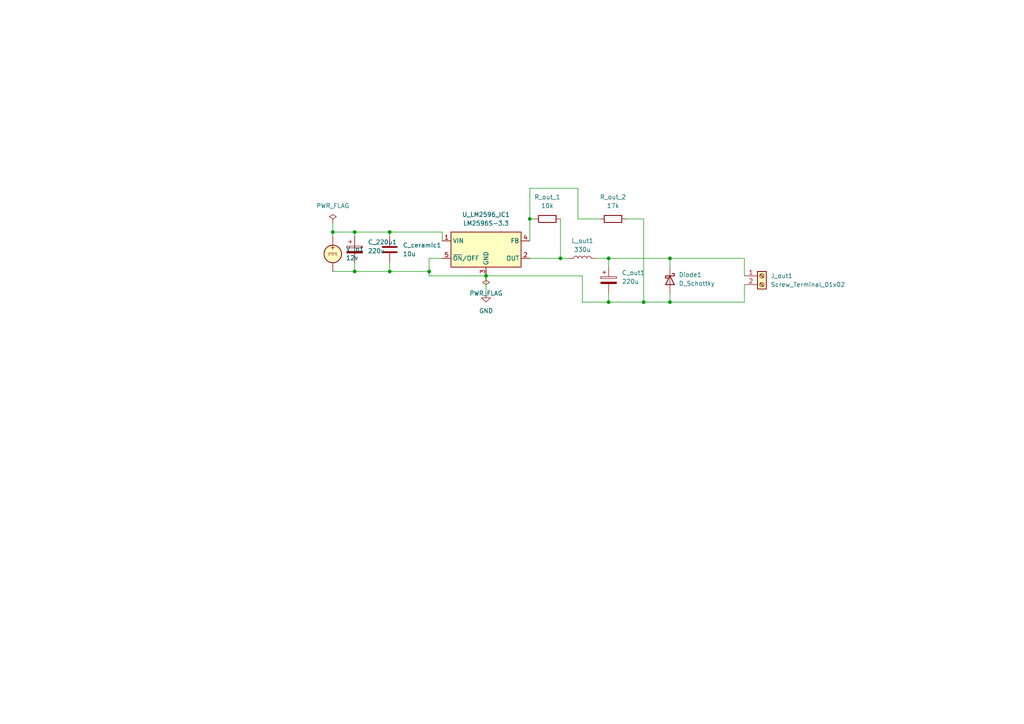
<source format=kicad_sch>
(kicad_sch
	(version 20231120)
	(generator "eeschema")
	(generator_version "8.0")
	(uuid "6512710e-6b3c-45dc-8bc8-064ccd364283")
	(paper "A4")
	(lib_symbols
		(symbol "Connector:Screw_Terminal_01x02"
			(pin_names
				(offset 1.016) hide)
			(exclude_from_sim no)
			(in_bom yes)
			(on_board yes)
			(property "Reference" "J"
				(at 0 2.54 0)
				(effects
					(font
						(size 1.27 1.27)
					)
				)
			)
			(property "Value" "Screw_Terminal_01x02"
				(at 0 -5.08 0)
				(effects
					(font
						(size 1.27 1.27)
					)
				)
			)
			(property "Footprint" ""
				(at 0 0 0)
				(effects
					(font
						(size 1.27 1.27)
					)
					(hide yes)
				)
			)
			(property "Datasheet" "~"
				(at 0 0 0)
				(effects
					(font
						(size 1.27 1.27)
					)
					(hide yes)
				)
			)
			(property "Description" "Generic screw terminal, single row, 01x02, script generated (kicad-library-utils/schlib/autogen/connector/)"
				(at 0 0 0)
				(effects
					(font
						(size 1.27 1.27)
					)
					(hide yes)
				)
			)
			(property "ki_keywords" "screw terminal"
				(at 0 0 0)
				(effects
					(font
						(size 1.27 1.27)
					)
					(hide yes)
				)
			)
			(property "ki_fp_filters" "TerminalBlock*:*"
				(at 0 0 0)
				(effects
					(font
						(size 1.27 1.27)
					)
					(hide yes)
				)
			)
			(symbol "Screw_Terminal_01x02_1_1"
				(rectangle
					(start -1.27 1.27)
					(end 1.27 -3.81)
					(stroke
						(width 0.254)
						(type default)
					)
					(fill
						(type background)
					)
				)
				(circle
					(center 0 -2.54)
					(radius 0.635)
					(stroke
						(width 0.1524)
						(type default)
					)
					(fill
						(type none)
					)
				)
				(polyline
					(pts
						(xy -0.5334 -2.2098) (xy 0.3302 -3.048)
					)
					(stroke
						(width 0.1524)
						(type default)
					)
					(fill
						(type none)
					)
				)
				(polyline
					(pts
						(xy -0.5334 0.3302) (xy 0.3302 -0.508)
					)
					(stroke
						(width 0.1524)
						(type default)
					)
					(fill
						(type none)
					)
				)
				(polyline
					(pts
						(xy -0.3556 -2.032) (xy 0.508 -2.8702)
					)
					(stroke
						(width 0.1524)
						(type default)
					)
					(fill
						(type none)
					)
				)
				(polyline
					(pts
						(xy -0.3556 0.508) (xy 0.508 -0.3302)
					)
					(stroke
						(width 0.1524)
						(type default)
					)
					(fill
						(type none)
					)
				)
				(circle
					(center 0 0)
					(radius 0.635)
					(stroke
						(width 0.1524)
						(type default)
					)
					(fill
						(type none)
					)
				)
				(pin passive line
					(at -5.08 0 0)
					(length 3.81)
					(name "Pin_1"
						(effects
							(font
								(size 1.27 1.27)
							)
						)
					)
					(number "1"
						(effects
							(font
								(size 1.27 1.27)
							)
						)
					)
				)
				(pin passive line
					(at -5.08 -2.54 0)
					(length 3.81)
					(name "Pin_2"
						(effects
							(font
								(size 1.27 1.27)
							)
						)
					)
					(number "2"
						(effects
							(font
								(size 1.27 1.27)
							)
						)
					)
				)
			)
		)
		(symbol "Device:C"
			(pin_numbers hide)
			(pin_names
				(offset 0.254)
			)
			(exclude_from_sim no)
			(in_bom yes)
			(on_board yes)
			(property "Reference" "C"
				(at 0.635 2.54 0)
				(effects
					(font
						(size 1.27 1.27)
					)
					(justify left)
				)
			)
			(property "Value" "C"
				(at 0.635 -2.54 0)
				(effects
					(font
						(size 1.27 1.27)
					)
					(justify left)
				)
			)
			(property "Footprint" ""
				(at 0.9652 -3.81 0)
				(effects
					(font
						(size 1.27 1.27)
					)
					(hide yes)
				)
			)
			(property "Datasheet" "~"
				(at 0 0 0)
				(effects
					(font
						(size 1.27 1.27)
					)
					(hide yes)
				)
			)
			(property "Description" "Unpolarized capacitor"
				(at 0 0 0)
				(effects
					(font
						(size 1.27 1.27)
					)
					(hide yes)
				)
			)
			(property "ki_keywords" "cap capacitor"
				(at 0 0 0)
				(effects
					(font
						(size 1.27 1.27)
					)
					(hide yes)
				)
			)
			(property "ki_fp_filters" "C_*"
				(at 0 0 0)
				(effects
					(font
						(size 1.27 1.27)
					)
					(hide yes)
				)
			)
			(symbol "C_0_1"
				(polyline
					(pts
						(xy -2.032 -0.762) (xy 2.032 -0.762)
					)
					(stroke
						(width 0.508)
						(type default)
					)
					(fill
						(type none)
					)
				)
				(polyline
					(pts
						(xy -2.032 0.762) (xy 2.032 0.762)
					)
					(stroke
						(width 0.508)
						(type default)
					)
					(fill
						(type none)
					)
				)
			)
			(symbol "C_1_1"
				(pin passive line
					(at 0 3.81 270)
					(length 2.794)
					(name "~"
						(effects
							(font
								(size 1.27 1.27)
							)
						)
					)
					(number "1"
						(effects
							(font
								(size 1.27 1.27)
							)
						)
					)
				)
				(pin passive line
					(at 0 -3.81 90)
					(length 2.794)
					(name "~"
						(effects
							(font
								(size 1.27 1.27)
							)
						)
					)
					(number "2"
						(effects
							(font
								(size 1.27 1.27)
							)
						)
					)
				)
			)
		)
		(symbol "Device:C_Polarized"
			(pin_numbers hide)
			(pin_names
				(offset 0.254)
			)
			(exclude_from_sim no)
			(in_bom yes)
			(on_board yes)
			(property "Reference" "C"
				(at 0.635 2.54 0)
				(effects
					(font
						(size 1.27 1.27)
					)
					(justify left)
				)
			)
			(property "Value" "C_Polarized"
				(at 0.635 -2.54 0)
				(effects
					(font
						(size 1.27 1.27)
					)
					(justify left)
				)
			)
			(property "Footprint" ""
				(at 0.9652 -3.81 0)
				(effects
					(font
						(size 1.27 1.27)
					)
					(hide yes)
				)
			)
			(property "Datasheet" "~"
				(at 0 0 0)
				(effects
					(font
						(size 1.27 1.27)
					)
					(hide yes)
				)
			)
			(property "Description" "Polarized capacitor"
				(at 0 0 0)
				(effects
					(font
						(size 1.27 1.27)
					)
					(hide yes)
				)
			)
			(property "ki_keywords" "cap capacitor"
				(at 0 0 0)
				(effects
					(font
						(size 1.27 1.27)
					)
					(hide yes)
				)
			)
			(property "ki_fp_filters" "CP_*"
				(at 0 0 0)
				(effects
					(font
						(size 1.27 1.27)
					)
					(hide yes)
				)
			)
			(symbol "C_Polarized_0_1"
				(rectangle
					(start -2.286 0.508)
					(end 2.286 1.016)
					(stroke
						(width 0)
						(type default)
					)
					(fill
						(type none)
					)
				)
				(polyline
					(pts
						(xy -1.778 2.286) (xy -0.762 2.286)
					)
					(stroke
						(width 0)
						(type default)
					)
					(fill
						(type none)
					)
				)
				(polyline
					(pts
						(xy -1.27 2.794) (xy -1.27 1.778)
					)
					(stroke
						(width 0)
						(type default)
					)
					(fill
						(type none)
					)
				)
				(rectangle
					(start 2.286 -0.508)
					(end -2.286 -1.016)
					(stroke
						(width 0)
						(type default)
					)
					(fill
						(type outline)
					)
				)
			)
			(symbol "C_Polarized_1_1"
				(pin passive line
					(at 0 3.81 270)
					(length 2.794)
					(name "~"
						(effects
							(font
								(size 1.27 1.27)
							)
						)
					)
					(number "1"
						(effects
							(font
								(size 1.27 1.27)
							)
						)
					)
				)
				(pin passive line
					(at 0 -3.81 90)
					(length 2.794)
					(name "~"
						(effects
							(font
								(size 1.27 1.27)
							)
						)
					)
					(number "2"
						(effects
							(font
								(size 1.27 1.27)
							)
						)
					)
				)
			)
		)
		(symbol "Device:D_Schottky"
			(pin_numbers hide)
			(pin_names
				(offset 1.016) hide)
			(exclude_from_sim no)
			(in_bom yes)
			(on_board yes)
			(property "Reference" "D"
				(at 0 2.54 0)
				(effects
					(font
						(size 1.27 1.27)
					)
				)
			)
			(property "Value" "D_Schottky"
				(at 0 -2.54 0)
				(effects
					(font
						(size 1.27 1.27)
					)
				)
			)
			(property "Footprint" ""
				(at 0 0 0)
				(effects
					(font
						(size 1.27 1.27)
					)
					(hide yes)
				)
			)
			(property "Datasheet" "~"
				(at 0 0 0)
				(effects
					(font
						(size 1.27 1.27)
					)
					(hide yes)
				)
			)
			(property "Description" "Schottky diode"
				(at 0 0 0)
				(effects
					(font
						(size 1.27 1.27)
					)
					(hide yes)
				)
			)
			(property "ki_keywords" "diode Schottky"
				(at 0 0 0)
				(effects
					(font
						(size 1.27 1.27)
					)
					(hide yes)
				)
			)
			(property "ki_fp_filters" "TO-???* *_Diode_* *SingleDiode* D_*"
				(at 0 0 0)
				(effects
					(font
						(size 1.27 1.27)
					)
					(hide yes)
				)
			)
			(symbol "D_Schottky_0_1"
				(polyline
					(pts
						(xy 1.27 0) (xy -1.27 0)
					)
					(stroke
						(width 0)
						(type default)
					)
					(fill
						(type none)
					)
				)
				(polyline
					(pts
						(xy 1.27 1.27) (xy 1.27 -1.27) (xy -1.27 0) (xy 1.27 1.27)
					)
					(stroke
						(width 0.254)
						(type default)
					)
					(fill
						(type none)
					)
				)
				(polyline
					(pts
						(xy -1.905 0.635) (xy -1.905 1.27) (xy -1.27 1.27) (xy -1.27 -1.27) (xy -0.635 -1.27) (xy -0.635 -0.635)
					)
					(stroke
						(width 0.254)
						(type default)
					)
					(fill
						(type none)
					)
				)
			)
			(symbol "D_Schottky_1_1"
				(pin passive line
					(at -3.81 0 0)
					(length 2.54)
					(name "K"
						(effects
							(font
								(size 1.27 1.27)
							)
						)
					)
					(number "1"
						(effects
							(font
								(size 1.27 1.27)
							)
						)
					)
				)
				(pin passive line
					(at 3.81 0 180)
					(length 2.54)
					(name "A"
						(effects
							(font
								(size 1.27 1.27)
							)
						)
					)
					(number "2"
						(effects
							(font
								(size 1.27 1.27)
							)
						)
					)
				)
			)
		)
		(symbol "Device:L"
			(pin_numbers hide)
			(pin_names
				(offset 1.016) hide)
			(exclude_from_sim no)
			(in_bom yes)
			(on_board yes)
			(property "Reference" "L"
				(at -1.27 0 90)
				(effects
					(font
						(size 1.27 1.27)
					)
				)
			)
			(property "Value" "L"
				(at 1.905 0 90)
				(effects
					(font
						(size 1.27 1.27)
					)
				)
			)
			(property "Footprint" ""
				(at 0 0 0)
				(effects
					(font
						(size 1.27 1.27)
					)
					(hide yes)
				)
			)
			(property "Datasheet" "~"
				(at 0 0 0)
				(effects
					(font
						(size 1.27 1.27)
					)
					(hide yes)
				)
			)
			(property "Description" "Inductor"
				(at 0 0 0)
				(effects
					(font
						(size 1.27 1.27)
					)
					(hide yes)
				)
			)
			(property "ki_keywords" "inductor choke coil reactor magnetic"
				(at 0 0 0)
				(effects
					(font
						(size 1.27 1.27)
					)
					(hide yes)
				)
			)
			(property "ki_fp_filters" "Choke_* *Coil* Inductor_* L_*"
				(at 0 0 0)
				(effects
					(font
						(size 1.27 1.27)
					)
					(hide yes)
				)
			)
			(symbol "L_0_1"
				(arc
					(start 0 -2.54)
					(mid 0.6323 -1.905)
					(end 0 -1.27)
					(stroke
						(width 0)
						(type default)
					)
					(fill
						(type none)
					)
				)
				(arc
					(start 0 -1.27)
					(mid 0.6323 -0.635)
					(end 0 0)
					(stroke
						(width 0)
						(type default)
					)
					(fill
						(type none)
					)
				)
				(arc
					(start 0 0)
					(mid 0.6323 0.635)
					(end 0 1.27)
					(stroke
						(width 0)
						(type default)
					)
					(fill
						(type none)
					)
				)
				(arc
					(start 0 1.27)
					(mid 0.6323 1.905)
					(end 0 2.54)
					(stroke
						(width 0)
						(type default)
					)
					(fill
						(type none)
					)
				)
			)
			(symbol "L_1_1"
				(pin passive line
					(at 0 3.81 270)
					(length 1.27)
					(name "1"
						(effects
							(font
								(size 1.27 1.27)
							)
						)
					)
					(number "1"
						(effects
							(font
								(size 1.27 1.27)
							)
						)
					)
				)
				(pin passive line
					(at 0 -3.81 90)
					(length 1.27)
					(name "2"
						(effects
							(font
								(size 1.27 1.27)
							)
						)
					)
					(number "2"
						(effects
							(font
								(size 1.27 1.27)
							)
						)
					)
				)
			)
		)
		(symbol "Device:R"
			(pin_numbers hide)
			(pin_names
				(offset 0)
			)
			(exclude_from_sim no)
			(in_bom yes)
			(on_board yes)
			(property "Reference" "R"
				(at 2.032 0 90)
				(effects
					(font
						(size 1.27 1.27)
					)
				)
			)
			(property "Value" "R"
				(at 0 0 90)
				(effects
					(font
						(size 1.27 1.27)
					)
				)
			)
			(property "Footprint" ""
				(at -1.778 0 90)
				(effects
					(font
						(size 1.27 1.27)
					)
					(hide yes)
				)
			)
			(property "Datasheet" "~"
				(at 0 0 0)
				(effects
					(font
						(size 1.27 1.27)
					)
					(hide yes)
				)
			)
			(property "Description" "Resistor"
				(at 0 0 0)
				(effects
					(font
						(size 1.27 1.27)
					)
					(hide yes)
				)
			)
			(property "ki_keywords" "R res resistor"
				(at 0 0 0)
				(effects
					(font
						(size 1.27 1.27)
					)
					(hide yes)
				)
			)
			(property "ki_fp_filters" "R_*"
				(at 0 0 0)
				(effects
					(font
						(size 1.27 1.27)
					)
					(hide yes)
				)
			)
			(symbol "R_0_1"
				(rectangle
					(start -1.016 -2.54)
					(end 1.016 2.54)
					(stroke
						(width 0.254)
						(type default)
					)
					(fill
						(type none)
					)
				)
			)
			(symbol "R_1_1"
				(pin passive line
					(at 0 3.81 270)
					(length 1.27)
					(name "~"
						(effects
							(font
								(size 1.27 1.27)
							)
						)
					)
					(number "1"
						(effects
							(font
								(size 1.27 1.27)
							)
						)
					)
				)
				(pin passive line
					(at 0 -3.81 90)
					(length 1.27)
					(name "~"
						(effects
							(font
								(size 1.27 1.27)
							)
						)
					)
					(number "2"
						(effects
							(font
								(size 1.27 1.27)
							)
						)
					)
				)
			)
		)
		(symbol "Regulator_Switching:LM2596S-3.3"
			(exclude_from_sim no)
			(in_bom yes)
			(on_board yes)
			(property "Reference" "U"
				(at -10.16 6.35 0)
				(effects
					(font
						(size 1.27 1.27)
					)
					(justify left)
				)
			)
			(property "Value" "LM2596S-3.3"
				(at 0 6.35 0)
				(effects
					(font
						(size 1.27 1.27)
					)
					(justify left)
				)
			)
			(property "Footprint" "Package_TO_SOT_SMD:TO-263-5_TabPin3"
				(at 1.27 -6.35 0)
				(effects
					(font
						(size 1.27 1.27)
						(italic yes)
					)
					(justify left)
					(hide yes)
				)
			)
			(property "Datasheet" "http://www.ti.com/lit/ds/symlink/lm2596.pdf"
				(at 0 0 0)
				(effects
					(font
						(size 1.27 1.27)
					)
					(hide yes)
				)
			)
			(property "Description" "3.3V 3A Step-Down Voltage Regulator, TO-263"
				(at 0 0 0)
				(effects
					(font
						(size 1.27 1.27)
					)
					(hide yes)
				)
			)
			(property "ki_keywords" "Step-Down Voltage Regulator 3.3V 3A"
				(at 0 0 0)
				(effects
					(font
						(size 1.27 1.27)
					)
					(hide yes)
				)
			)
			(property "ki_fp_filters" "TO?263*"
				(at 0 0 0)
				(effects
					(font
						(size 1.27 1.27)
					)
					(hide yes)
				)
			)
			(symbol "LM2596S-3.3_0_1"
				(rectangle
					(start -10.16 5.08)
					(end 10.16 -5.08)
					(stroke
						(width 0.254)
						(type default)
					)
					(fill
						(type background)
					)
				)
			)
			(symbol "LM2596S-3.3_1_1"
				(pin power_in line
					(at -12.7 2.54 0)
					(length 2.54)
					(name "VIN"
						(effects
							(font
								(size 1.27 1.27)
							)
						)
					)
					(number "1"
						(effects
							(font
								(size 1.27 1.27)
							)
						)
					)
				)
				(pin output line
					(at 12.7 -2.54 180)
					(length 2.54)
					(name "OUT"
						(effects
							(font
								(size 1.27 1.27)
							)
						)
					)
					(number "2"
						(effects
							(font
								(size 1.27 1.27)
							)
						)
					)
				)
				(pin power_in line
					(at 0 -7.62 90)
					(length 2.54)
					(name "GND"
						(effects
							(font
								(size 1.27 1.27)
							)
						)
					)
					(number "3"
						(effects
							(font
								(size 1.27 1.27)
							)
						)
					)
				)
				(pin input line
					(at 12.7 2.54 180)
					(length 2.54)
					(name "FB"
						(effects
							(font
								(size 1.27 1.27)
							)
						)
					)
					(number "4"
						(effects
							(font
								(size 1.27 1.27)
							)
						)
					)
				)
				(pin input line
					(at -12.7 -2.54 0)
					(length 2.54)
					(name "~{ON}/OFF"
						(effects
							(font
								(size 1.27 1.27)
							)
						)
					)
					(number "5"
						(effects
							(font
								(size 1.27 1.27)
							)
						)
					)
				)
			)
		)
		(symbol "Simulation_SPICE:VDC"
			(pin_numbers hide)
			(pin_names
				(offset 0.0254)
			)
			(exclude_from_sim no)
			(in_bom yes)
			(on_board yes)
			(property "Reference" "V"
				(at 2.54 2.54 0)
				(effects
					(font
						(size 1.27 1.27)
					)
					(justify left)
				)
			)
			(property "Value" "1"
				(at 2.54 0 0)
				(effects
					(font
						(size 1.27 1.27)
					)
					(justify left)
				)
			)
			(property "Footprint" ""
				(at 0 0 0)
				(effects
					(font
						(size 1.27 1.27)
					)
					(hide yes)
				)
			)
			(property "Datasheet" "https://ngspice.sourceforge.io/docs/ngspice-html-manual/manual.xhtml#sec_Independent_Sources_for"
				(at 0 0 0)
				(effects
					(font
						(size 1.27 1.27)
					)
					(hide yes)
				)
			)
			(property "Description" "Voltage source, DC"
				(at 0 0 0)
				(effects
					(font
						(size 1.27 1.27)
					)
					(hide yes)
				)
			)
			(property "Sim.Pins" "1=+ 2=-"
				(at 0 0 0)
				(effects
					(font
						(size 1.27 1.27)
					)
					(hide yes)
				)
			)
			(property "Sim.Type" "DC"
				(at 0 0 0)
				(effects
					(font
						(size 1.27 1.27)
					)
					(hide yes)
				)
			)
			(property "Sim.Device" "V"
				(at 0 0 0)
				(effects
					(font
						(size 1.27 1.27)
					)
					(justify left)
					(hide yes)
				)
			)
			(property "ki_keywords" "simulation"
				(at 0 0 0)
				(effects
					(font
						(size 1.27 1.27)
					)
					(hide yes)
				)
			)
			(symbol "VDC_0_0"
				(polyline
					(pts
						(xy -1.27 0.254) (xy 1.27 0.254)
					)
					(stroke
						(width 0)
						(type default)
					)
					(fill
						(type none)
					)
				)
				(polyline
					(pts
						(xy -0.762 -0.254) (xy -1.27 -0.254)
					)
					(stroke
						(width 0)
						(type default)
					)
					(fill
						(type none)
					)
				)
				(polyline
					(pts
						(xy 0.254 -0.254) (xy -0.254 -0.254)
					)
					(stroke
						(width 0)
						(type default)
					)
					(fill
						(type none)
					)
				)
				(polyline
					(pts
						(xy 1.27 -0.254) (xy 0.762 -0.254)
					)
					(stroke
						(width 0)
						(type default)
					)
					(fill
						(type none)
					)
				)
				(text "+"
					(at 0 1.905 0)
					(effects
						(font
							(size 1.27 1.27)
						)
					)
				)
			)
			(symbol "VDC_0_1"
				(circle
					(center 0 0)
					(radius 2.54)
					(stroke
						(width 0.254)
						(type default)
					)
					(fill
						(type background)
					)
				)
			)
			(symbol "VDC_1_1"
				(pin passive line
					(at 0 5.08 270)
					(length 2.54)
					(name "~"
						(effects
							(font
								(size 1.27 1.27)
							)
						)
					)
					(number "1"
						(effects
							(font
								(size 1.27 1.27)
							)
						)
					)
				)
				(pin passive line
					(at 0 -5.08 90)
					(length 2.54)
					(name "~"
						(effects
							(font
								(size 1.27 1.27)
							)
						)
					)
					(number "2"
						(effects
							(font
								(size 1.27 1.27)
							)
						)
					)
				)
			)
		)
		(symbol "power:GND"
			(power)
			(pin_numbers hide)
			(pin_names
				(offset 0) hide)
			(exclude_from_sim no)
			(in_bom yes)
			(on_board yes)
			(property "Reference" "#PWR"
				(at 0 -6.35 0)
				(effects
					(font
						(size 1.27 1.27)
					)
					(hide yes)
				)
			)
			(property "Value" "GND"
				(at 0 -3.81 0)
				(effects
					(font
						(size 1.27 1.27)
					)
				)
			)
			(property "Footprint" ""
				(at 0 0 0)
				(effects
					(font
						(size 1.27 1.27)
					)
					(hide yes)
				)
			)
			(property "Datasheet" ""
				(at 0 0 0)
				(effects
					(font
						(size 1.27 1.27)
					)
					(hide yes)
				)
			)
			(property "Description" "Power symbol creates a global label with name \"GND\" , ground"
				(at 0 0 0)
				(effects
					(font
						(size 1.27 1.27)
					)
					(hide yes)
				)
			)
			(property "ki_keywords" "global power"
				(at 0 0 0)
				(effects
					(font
						(size 1.27 1.27)
					)
					(hide yes)
				)
			)
			(symbol "GND_0_1"
				(polyline
					(pts
						(xy 0 0) (xy 0 -1.27) (xy 1.27 -1.27) (xy 0 -2.54) (xy -1.27 -1.27) (xy 0 -1.27)
					)
					(stroke
						(width 0)
						(type default)
					)
					(fill
						(type none)
					)
				)
			)
			(symbol "GND_1_1"
				(pin power_in line
					(at 0 0 270)
					(length 0)
					(name "~"
						(effects
							(font
								(size 1.27 1.27)
							)
						)
					)
					(number "1"
						(effects
							(font
								(size 1.27 1.27)
							)
						)
					)
				)
			)
		)
		(symbol "power:PWR_FLAG"
			(power)
			(pin_numbers hide)
			(pin_names
				(offset 0) hide)
			(exclude_from_sim no)
			(in_bom yes)
			(on_board yes)
			(property "Reference" "#FLG"
				(at 0 1.905 0)
				(effects
					(font
						(size 1.27 1.27)
					)
					(hide yes)
				)
			)
			(property "Value" "PWR_FLAG"
				(at 0 3.81 0)
				(effects
					(font
						(size 1.27 1.27)
					)
				)
			)
			(property "Footprint" ""
				(at 0 0 0)
				(effects
					(font
						(size 1.27 1.27)
					)
					(hide yes)
				)
			)
			(property "Datasheet" "~"
				(at 0 0 0)
				(effects
					(font
						(size 1.27 1.27)
					)
					(hide yes)
				)
			)
			(property "Description" "Special symbol for telling ERC where power comes from"
				(at 0 0 0)
				(effects
					(font
						(size 1.27 1.27)
					)
					(hide yes)
				)
			)
			(property "ki_keywords" "flag power"
				(at 0 0 0)
				(effects
					(font
						(size 1.27 1.27)
					)
					(hide yes)
				)
			)
			(symbol "PWR_FLAG_0_0"
				(pin power_out line
					(at 0 0 90)
					(length 0)
					(name "~"
						(effects
							(font
								(size 1.27 1.27)
							)
						)
					)
					(number "1"
						(effects
							(font
								(size 1.27 1.27)
							)
						)
					)
				)
			)
			(symbol "PWR_FLAG_0_1"
				(polyline
					(pts
						(xy 0 0) (xy 0 1.27) (xy -1.016 1.905) (xy 0 2.54) (xy 1.016 1.905) (xy 0 1.27)
					)
					(stroke
						(width 0)
						(type default)
					)
					(fill
						(type none)
					)
				)
			)
		)
	)
	(junction
		(at 102.87 67.31)
		(diameter 0)
		(color 0 0 0 0)
		(uuid "152ecc7a-a7c4-446a-91b1-3b110e216835")
	)
	(junction
		(at 102.87 78.74)
		(diameter 0)
		(color 0 0 0 0)
		(uuid "177e3763-c476-4c84-87c7-1291e622a26e")
	)
	(junction
		(at 153.67 63.5)
		(diameter 0)
		(color 0 0 0 0)
		(uuid "19fcae06-3f9b-4043-a4b8-03a2111562d8")
	)
	(junction
		(at 194.31 74.93)
		(diameter 0)
		(color 0 0 0 0)
		(uuid "38b327a8-6e6d-4957-80ae-45d371f3a537")
	)
	(junction
		(at 186.69 87.63)
		(diameter 0)
		(color 0 0 0 0)
		(uuid "4207175f-8938-484d-a281-dcf35a81bae9")
	)
	(junction
		(at 162.56 74.93)
		(diameter 0)
		(color 0 0 0 0)
		(uuid "6a8a91d1-40cf-4b23-8d52-e4235afdf031")
	)
	(junction
		(at 194.31 87.63)
		(diameter 0)
		(color 0 0 0 0)
		(uuid "78fa6328-0d6f-47d1-9bd3-4f8f4889deab")
	)
	(junction
		(at 140.97 80.01)
		(diameter 0)
		(color 0 0 0 0)
		(uuid "89ea8e45-118a-4f9b-8bba-190bf1700479")
	)
	(junction
		(at 124.46 78.74)
		(diameter 0)
		(color 0 0 0 0)
		(uuid "8c4dc71c-4ddf-4053-babc-7274fd3fdf78")
	)
	(junction
		(at 113.03 78.74)
		(diameter 0)
		(color 0 0 0 0)
		(uuid "9408cebe-9992-494d-b88a-029c5ee4394d")
	)
	(junction
		(at 96.52 67.31)
		(diameter 0)
		(color 0 0 0 0)
		(uuid "a502538b-e738-4007-b0fa-64f2360cb0b7")
	)
	(junction
		(at 176.53 87.63)
		(diameter 0)
		(color 0 0 0 0)
		(uuid "a8a9fc4f-189e-4fbf-9613-7be423ab7f11")
	)
	(junction
		(at 176.53 74.93)
		(diameter 0)
		(color 0 0 0 0)
		(uuid "cce4ab25-8fcb-485f-a980-ec5c7bd9841c")
	)
	(junction
		(at 113.03 67.31)
		(diameter 0)
		(color 0 0 0 0)
		(uuid "f0cea071-f235-4669-a289-a291de811a1c")
	)
	(wire
		(pts
			(xy 102.87 67.31) (xy 113.03 67.31)
		)
		(stroke
			(width 0)
			(type default)
		)
		(uuid "0852f77c-1867-40f7-bb43-c2c1ae7eb367")
	)
	(wire
		(pts
			(xy 140.97 80.01) (xy 168.91 80.01)
		)
		(stroke
			(width 0)
			(type default)
		)
		(uuid "097cc4e4-dd26-4abc-84d7-383fb8f8db13")
	)
	(wire
		(pts
			(xy 176.53 87.63) (xy 176.53 85.09)
		)
		(stroke
			(width 0)
			(type default)
		)
		(uuid "0b151987-e3b3-43cd-b54f-99dc1c99df5e")
	)
	(wire
		(pts
			(xy 194.31 74.93) (xy 215.9 74.93)
		)
		(stroke
			(width 0)
			(type default)
		)
		(uuid "0b61bcf8-bc69-4157-9cc4-b6d9a4cab7ff")
	)
	(wire
		(pts
			(xy 194.31 74.93) (xy 194.31 77.47)
		)
		(stroke
			(width 0)
			(type default)
		)
		(uuid "0d9d2167-182d-4482-b721-497a6c6e8a2d")
	)
	(wire
		(pts
			(xy 96.52 78.74) (xy 102.87 78.74)
		)
		(stroke
			(width 0)
			(type default)
		)
		(uuid "107915be-2089-4865-81a7-959cbe9fd089")
	)
	(wire
		(pts
			(xy 162.56 63.5) (xy 162.56 74.93)
		)
		(stroke
			(width 0)
			(type default)
		)
		(uuid "1511693a-958f-4008-b94d-8796a2ba574d")
	)
	(wire
		(pts
			(xy 167.64 54.61) (xy 167.64 63.5)
		)
		(stroke
			(width 0)
			(type default)
		)
		(uuid "223b7646-df4d-49ce-afc3-0dad42bd3848")
	)
	(wire
		(pts
			(xy 153.67 63.5) (xy 153.67 54.61)
		)
		(stroke
			(width 0)
			(type default)
		)
		(uuid "2382f51e-067b-4bea-8ef1-087e160e9ad9")
	)
	(wire
		(pts
			(xy 128.27 67.31) (xy 128.27 69.85)
		)
		(stroke
			(width 0)
			(type default)
		)
		(uuid "37f856f2-d11d-4686-9a8b-7a459218231d")
	)
	(wire
		(pts
			(xy 102.87 78.74) (xy 113.03 78.74)
		)
		(stroke
			(width 0)
			(type default)
		)
		(uuid "3f32181d-b610-4bd3-906d-305dd6bbe2f7")
	)
	(wire
		(pts
			(xy 96.52 68.58) (xy 96.52 67.31)
		)
		(stroke
			(width 0)
			(type default)
		)
		(uuid "45477504-e1c1-42a5-9fad-161adb872f9d")
	)
	(wire
		(pts
			(xy 96.52 67.31) (xy 96.52 64.77)
		)
		(stroke
			(width 0)
			(type default)
		)
		(uuid "4aa4b679-3a99-4d01-8580-905807da57c0")
	)
	(wire
		(pts
			(xy 113.03 76.2) (xy 113.03 78.74)
		)
		(stroke
			(width 0)
			(type default)
		)
		(uuid "507aaa5e-4002-4ac6-ae7b-30ef2224fd83")
	)
	(wire
		(pts
			(xy 176.53 74.93) (xy 176.53 77.47)
		)
		(stroke
			(width 0)
			(type default)
		)
		(uuid "53693202-d4e8-4e6d-89bc-b2c250364724")
	)
	(wire
		(pts
			(xy 153.67 63.5) (xy 154.94 63.5)
		)
		(stroke
			(width 0)
			(type default)
		)
		(uuid "5e263784-c854-4af6-99b1-fd54973c151c")
	)
	(wire
		(pts
			(xy 162.56 74.93) (xy 165.1 74.93)
		)
		(stroke
			(width 0)
			(type default)
		)
		(uuid "5f0f63b6-b997-4c35-9089-81886ce091ac")
	)
	(wire
		(pts
			(xy 113.03 78.74) (xy 124.46 78.74)
		)
		(stroke
			(width 0)
			(type default)
		)
		(uuid "63ad1395-7243-4a4d-94ff-69fcaa9c05f8")
	)
	(wire
		(pts
			(xy 102.87 78.74) (xy 102.87 76.2)
		)
		(stroke
			(width 0)
			(type default)
		)
		(uuid "71714a5a-9dca-4af2-b4c4-ad8759792a1a")
	)
	(wire
		(pts
			(xy 186.69 87.63) (xy 194.31 87.63)
		)
		(stroke
			(width 0)
			(type default)
		)
		(uuid "724dc62e-4583-4551-bab2-c6561264aed2")
	)
	(wire
		(pts
			(xy 102.87 67.31) (xy 102.87 68.58)
		)
		(stroke
			(width 0)
			(type default)
		)
		(uuid "77b76888-210f-4b98-b5e9-33b5a31d0ef5")
	)
	(wire
		(pts
			(xy 153.67 54.61) (xy 167.64 54.61)
		)
		(stroke
			(width 0)
			(type default)
		)
		(uuid "8669e899-a3d3-42dd-b29c-d4248fddd040")
	)
	(wire
		(pts
			(xy 186.69 63.5) (xy 181.61 63.5)
		)
		(stroke
			(width 0)
			(type default)
		)
		(uuid "88ccd7ed-bdc2-4f8d-ad6b-f893702978b2")
	)
	(wire
		(pts
			(xy 124.46 80.01) (xy 140.97 80.01)
		)
		(stroke
			(width 0)
			(type default)
		)
		(uuid "8cc95139-f0d3-4a67-8e99-5488d6c3d0d4")
	)
	(wire
		(pts
			(xy 124.46 78.74) (xy 124.46 80.01)
		)
		(stroke
			(width 0)
			(type default)
		)
		(uuid "90ceceb9-9c3e-44d0-b7da-7a852cea7916")
	)
	(wire
		(pts
			(xy 124.46 74.93) (xy 124.46 78.74)
		)
		(stroke
			(width 0)
			(type default)
		)
		(uuid "9208154d-fd66-41d3-bae1-9a894b280533")
	)
	(wire
		(pts
			(xy 176.53 74.93) (xy 194.31 74.93)
		)
		(stroke
			(width 0)
			(type default)
		)
		(uuid "975424a0-05b0-40ea-a965-1641279a7bae")
	)
	(wire
		(pts
			(xy 215.9 87.63) (xy 215.9 82.55)
		)
		(stroke
			(width 0)
			(type default)
		)
		(uuid "9bc6b587-4c1c-4edb-9adc-db601be899fc")
	)
	(wire
		(pts
			(xy 140.97 80.01) (xy 140.97 85.09)
		)
		(stroke
			(width 0)
			(type default)
		)
		(uuid "9e7839a6-21c2-4c0b-b253-6aa9feee2834")
	)
	(wire
		(pts
			(xy 124.46 74.93) (xy 128.27 74.93)
		)
		(stroke
			(width 0)
			(type default)
		)
		(uuid "a18a403f-e414-41c3-961f-24903710d66c")
	)
	(wire
		(pts
			(xy 168.91 80.01) (xy 168.91 87.63)
		)
		(stroke
			(width 0)
			(type default)
		)
		(uuid "b0c963ad-9c66-4d52-b269-4beecd1a33f3")
	)
	(wire
		(pts
			(xy 194.31 85.09) (xy 194.31 87.63)
		)
		(stroke
			(width 0)
			(type default)
		)
		(uuid "b132eb3a-69aa-42c0-b2f9-548bfa7252d4")
	)
	(wire
		(pts
			(xy 167.64 63.5) (xy 173.99 63.5)
		)
		(stroke
			(width 0)
			(type default)
		)
		(uuid "b135cb14-ea81-4c0b-bce1-17bb1d44c49a")
	)
	(wire
		(pts
			(xy 153.67 74.93) (xy 162.56 74.93)
		)
		(stroke
			(width 0)
			(type default)
		)
		(uuid "bef2dcb7-31a2-48ae-880b-3ee0442d37da")
	)
	(wire
		(pts
			(xy 96.52 67.31) (xy 102.87 67.31)
		)
		(stroke
			(width 0)
			(type default)
		)
		(uuid "c532ed8c-d9bc-4449-b4dd-7b2e3595d42d")
	)
	(wire
		(pts
			(xy 194.31 87.63) (xy 215.9 87.63)
		)
		(stroke
			(width 0)
			(type default)
		)
		(uuid "c6621d5d-0401-404f-b422-4790684cb65b")
	)
	(wire
		(pts
			(xy 172.72 74.93) (xy 176.53 74.93)
		)
		(stroke
			(width 0)
			(type default)
		)
		(uuid "c8e14aef-79cb-45f9-b2db-1d17bafd4aae")
	)
	(wire
		(pts
			(xy 113.03 67.31) (xy 128.27 67.31)
		)
		(stroke
			(width 0)
			(type default)
		)
		(uuid "cc404abc-1082-4619-ad69-c34ea8acef2d")
	)
	(wire
		(pts
			(xy 176.53 87.63) (xy 186.69 87.63)
		)
		(stroke
			(width 0)
			(type default)
		)
		(uuid "d6cd4520-3acf-4e10-8359-5c9f9aab1038")
	)
	(wire
		(pts
			(xy 168.91 87.63) (xy 176.53 87.63)
		)
		(stroke
			(width 0)
			(type default)
		)
		(uuid "d6de767b-fc64-42c9-9ce6-140d3cffa9dc")
	)
	(wire
		(pts
			(xy 153.67 69.85) (xy 153.67 63.5)
		)
		(stroke
			(width 0)
			(type default)
		)
		(uuid "df048bee-d3ba-4035-9f06-4934309defb6")
	)
	(wire
		(pts
			(xy 113.03 67.31) (xy 113.03 68.58)
		)
		(stroke
			(width 0)
			(type default)
		)
		(uuid "e5ac29a9-13fa-4c41-a70f-d3113e32e656")
	)
	(wire
		(pts
			(xy 215.9 74.93) (xy 215.9 80.01)
		)
		(stroke
			(width 0)
			(type default)
		)
		(uuid "e7e38f3a-593c-4f6b-bb7e-2fe6f9ea9fd9")
	)
	(wire
		(pts
			(xy 186.69 63.5) (xy 186.69 87.63)
		)
		(stroke
			(width 0)
			(type default)
		)
		(uuid "fe470de3-0373-4952-956f-20765214e3c0")
	)
	(symbol
		(lib_id "Regulator_Switching:LM2596S-3.3")
		(at 140.97 72.39 0)
		(unit 1)
		(exclude_from_sim no)
		(in_bom yes)
		(on_board yes)
		(dnp no)
		(fields_autoplaced yes)
		(uuid "01333e98-e593-45b1-885a-fc310ccdbf8c")
		(property "Reference" "U_LM2596_IC1"
			(at 140.97 62.23 0)
			(effects
				(font
					(size 1.27 1.27)
				)
			)
		)
		(property "Value" "LM2596S-3.3"
			(at 140.97 64.77 0)
			(effects
				(font
					(size 1.27 1.27)
				)
			)
		)
		(property "Footprint" "Package_TO_SOT_SMD:TO-263-5_TabPin3"
			(at 142.24 78.74 0)
			(effects
				(font
					(size 1.27 1.27)
					(italic yes)
				)
				(justify left)
				(hide yes)
			)
		)
		(property "Datasheet" "http://www.ti.com/lit/ds/symlink/lm2596.pdf"
			(at 140.97 72.39 0)
			(effects
				(font
					(size 1.27 1.27)
				)
				(hide yes)
			)
		)
		(property "Description" "3.3V 3A Step-Down Voltage Regulator, TO-263"
			(at 140.97 72.39 0)
			(effects
				(font
					(size 1.27 1.27)
				)
				(hide yes)
			)
		)
		(pin "1"
			(uuid "06bb68e2-f130-4945-90fa-908c611a7c9b")
		)
		(pin "4"
			(uuid "133ed9e6-bcc0-4a3f-83c7-b37b03c39982")
		)
		(pin "5"
			(uuid "5f401732-262d-4b93-969c-34424c20d85b")
		)
		(pin "3"
			(uuid "8c88a8c9-4a47-4a60-b43f-c1624b41f3f6")
		)
		(pin "2"
			(uuid "e5ead128-ea1f-46ae-83bb-6b5b87adcd6a")
		)
		(instances
			(project ""
				(path "/6512710e-6b3c-45dc-8bc8-064ccd364283"
					(reference "U_LM2596_IC1")
					(unit 1)
				)
			)
		)
	)
	(symbol
		(lib_id "Simulation_SPICE:VDC")
		(at 96.52 73.66 0)
		(unit 1)
		(exclude_from_sim no)
		(in_bom yes)
		(on_board yes)
		(dnp no)
		(fields_autoplaced yes)
		(uuid "1c0631d8-a9f5-417b-aad4-af8c6d974d63")
		(property "Reference" "V_in1"
			(at 100.33 72.2601 0)
			(effects
				(font
					(size 1.27 1.27)
				)
				(justify left)
			)
		)
		(property "Value" "12v"
			(at 100.33 74.8001 0)
			(effects
				(font
					(size 1.27 1.27)
				)
				(justify left)
			)
		)
		(property "Footprint" "Connector_PinHeader_1.00mm:PinHeader_1x02_P1.00mm_Vertical"
			(at 96.52 73.66 0)
			(effects
				(font
					(size 1.27 1.27)
				)
				(hide yes)
			)
		)
		(property "Datasheet" "https://ngspice.sourceforge.io/docs/ngspice-html-manual/manual.xhtml#sec_Independent_Sources_for"
			(at 96.52 73.66 0)
			(effects
				(font
					(size 1.27 1.27)
				)
				(hide yes)
			)
		)
		(property "Description" "Voltage source, DC"
			(at 96.52 73.66 0)
			(effects
				(font
					(size 1.27 1.27)
				)
				(hide yes)
			)
		)
		(property "Sim.Pins" "1=+ 2=-"
			(at 96.52 73.66 0)
			(effects
				(font
					(size 1.27 1.27)
				)
				(hide yes)
			)
		)
		(property "Sim.Type" "DC"
			(at 96.52 73.66 0)
			(effects
				(font
					(size 1.27 1.27)
				)
				(hide yes)
			)
		)
		(property "Sim.Device" "V"
			(at 96.52 73.66 0)
			(effects
				(font
					(size 1.27 1.27)
				)
				(justify left)
				(hide yes)
			)
		)
		(pin "1"
			(uuid "c0714b3a-3c8c-4967-b2d6-47e9d12174cf")
		)
		(pin "2"
			(uuid "6745dccf-2689-45dd-ac9a-24ff459d686e")
		)
		(instances
			(project ""
				(path "/6512710e-6b3c-45dc-8bc8-064ccd364283"
					(reference "V_in1")
					(unit 1)
				)
			)
		)
	)
	(symbol
		(lib_id "Device:C")
		(at 113.03 72.39 0)
		(unit 1)
		(exclude_from_sim no)
		(in_bom yes)
		(on_board yes)
		(dnp no)
		(fields_autoplaced yes)
		(uuid "24873163-f78b-4c30-aaf1-c876c2cb4037")
		(property "Reference" "C_ceramic1"
			(at 116.84 71.1199 0)
			(effects
				(font
					(size 1.27 1.27)
				)
				(justify left)
			)
		)
		(property "Value" "10u"
			(at 116.84 73.6599 0)
			(effects
				(font
					(size 1.27 1.27)
				)
				(justify left)
			)
		)
		(property "Footprint" "Capacitor_SMD:C_1206_3216Metric"
			(at 113.9952 76.2 0)
			(effects
				(font
					(size 1.27 1.27)
				)
				(hide yes)
			)
		)
		(property "Datasheet" "~"
			(at 113.03 72.39 0)
			(effects
				(font
					(size 1.27 1.27)
				)
				(hide yes)
			)
		)
		(property "Description" "Unpolarized capacitor"
			(at 113.03 72.39 0)
			(effects
				(font
					(size 1.27 1.27)
				)
				(hide yes)
			)
		)
		(pin "1"
			(uuid "597e7326-eb4e-4965-84a3-ea01aa20be92")
		)
		(pin "2"
			(uuid "41a19a75-5d46-4008-a933-6cd5d603d502")
		)
		(instances
			(project ""
				(path "/6512710e-6b3c-45dc-8bc8-064ccd364283"
					(reference "C_ceramic1")
					(unit 1)
				)
			)
		)
	)
	(symbol
		(lib_id "Device:D_Schottky")
		(at 194.31 81.28 270)
		(unit 1)
		(exclude_from_sim no)
		(in_bom yes)
		(on_board yes)
		(dnp no)
		(fields_autoplaced yes)
		(uuid "43f35cee-0666-4e52-97e2-ceb513c43805")
		(property "Reference" "Diode1"
			(at 196.85 79.6924 90)
			(effects
				(font
					(size 1.27 1.27)
				)
				(justify left)
			)
		)
		(property "Value" "D_Schottky"
			(at 196.85 82.2324 90)
			(effects
				(font
					(size 1.27 1.27)
				)
				(justify left)
			)
		)
		(property "Footprint" "Diode_THT:D_DO-201AD_P15.24mm_Horizontal"
			(at 194.31 81.28 0)
			(effects
				(font
					(size 1.27 1.27)
				)
				(hide yes)
			)
		)
		(property "Datasheet" "~"
			(at 194.31 81.28 0)
			(effects
				(font
					(size 1.27 1.27)
				)
				(hide yes)
			)
		)
		(property "Description" "Schottky diode"
			(at 194.31 81.28 0)
			(effects
				(font
					(size 1.27 1.27)
				)
				(hide yes)
			)
		)
		(pin "1"
			(uuid "34f21859-9bf0-463e-bbdc-27ea71665d97")
		)
		(pin "2"
			(uuid "d3c0c33f-17ec-4d9a-b715-5e2be4afc764")
		)
		(instances
			(project ""
				(path "/6512710e-6b3c-45dc-8bc8-064ccd364283"
					(reference "Diode1")
					(unit 1)
				)
			)
		)
	)
	(symbol
		(lib_id "Device:R")
		(at 158.75 63.5 90)
		(unit 1)
		(exclude_from_sim no)
		(in_bom yes)
		(on_board yes)
		(dnp no)
		(fields_autoplaced yes)
		(uuid "5b904b04-abd2-41a6-aaa9-b4f751332de2")
		(property "Reference" "R_out_1"
			(at 158.75 57.15 90)
			(effects
				(font
					(size 1.27 1.27)
				)
			)
		)
		(property "Value" "10k"
			(at 158.75 59.69 90)
			(effects
				(font
					(size 1.27 1.27)
				)
			)
		)
		(property "Footprint" "Resistor_THT:R_Axial_DIN0207_L6.3mm_D2.5mm_P10.16mm_Horizontal"
			(at 158.75 65.278 90)
			(effects
				(font
					(size 1.27 1.27)
				)
				(hide yes)
			)
		)
		(property "Datasheet" "~"
			(at 158.75 63.5 0)
			(effects
				(font
					(size 1.27 1.27)
				)
				(hide yes)
			)
		)
		(property "Description" "Resistor"
			(at 158.75 63.5 0)
			(effects
				(font
					(size 1.27 1.27)
				)
				(hide yes)
			)
		)
		(pin "2"
			(uuid "3680ed53-318a-46e2-a2fb-e346369fce1c")
		)
		(pin "1"
			(uuid "25b1a279-b0ee-485d-b8e8-5a20905f967a")
		)
		(instances
			(project ""
				(path "/6512710e-6b3c-45dc-8bc8-064ccd364283"
					(reference "R_out_1")
					(unit 1)
				)
			)
		)
	)
	(symbol
		(lib_id "Connector:Screw_Terminal_01x02")
		(at 220.98 80.01 0)
		(unit 1)
		(exclude_from_sim no)
		(in_bom yes)
		(on_board yes)
		(dnp no)
		(fields_autoplaced yes)
		(uuid "6433d267-3909-4824-8012-9ff19e201107")
		(property "Reference" "J_out1"
			(at 223.52 80.0099 0)
			(effects
				(font
					(size 1.27 1.27)
				)
				(justify left)
			)
		)
		(property "Value" "Screw_Terminal_01x02"
			(at 223.52 82.5499 0)
			(effects
				(font
					(size 1.27 1.27)
				)
				(justify left)
			)
		)
		(property "Footprint" "Connector_PinHeader_1.00mm:PinHeader_1x02_P1.00mm_Vertical"
			(at 220.98 80.01 0)
			(effects
				(font
					(size 1.27 1.27)
				)
				(hide yes)
			)
		)
		(property "Datasheet" "~"
			(at 220.98 80.01 0)
			(effects
				(font
					(size 1.27 1.27)
				)
				(hide yes)
			)
		)
		(property "Description" "Generic screw terminal, single row, 01x02, script generated (kicad-library-utils/schlib/autogen/connector/)"
			(at 220.98 80.01 0)
			(effects
				(font
					(size 1.27 1.27)
				)
				(hide yes)
			)
		)
		(pin "1"
			(uuid "54230b57-6d2e-4f4d-95ac-70213be394e6")
		)
		(pin "2"
			(uuid "fc2afc2f-39c4-4f50-ae81-924abf5fb412")
		)
		(instances
			(project ""
				(path "/6512710e-6b3c-45dc-8bc8-064ccd364283"
					(reference "J_out1")
					(unit 1)
				)
			)
		)
	)
	(symbol
		(lib_id "Device:C_Polarized")
		(at 102.87 72.39 0)
		(unit 1)
		(exclude_from_sim no)
		(in_bom yes)
		(on_board yes)
		(dnp no)
		(fields_autoplaced yes)
		(uuid "68c45024-0ee3-4ac7-9011-b4a7ca88f9c3")
		(property "Reference" "C_220u1"
			(at 106.68 70.2309 0)
			(effects
				(font
					(size 1.27 1.27)
				)
				(justify left)
			)
		)
		(property "Value" "220u"
			(at 106.68 72.7709 0)
			(effects
				(font
					(size 1.27 1.27)
				)
				(justify left)
			)
		)
		(property "Footprint" "Capacitor_THT:CP_Radial_D8.0mm_P3.50mm"
			(at 103.8352 76.2 0)
			(effects
				(font
					(size 1.27 1.27)
				)
				(hide yes)
			)
		)
		(property "Datasheet" "~"
			(at 102.87 72.39 0)
			(effects
				(font
					(size 1.27 1.27)
				)
				(hide yes)
			)
		)
		(property "Description" "Polarized capacitor"
			(at 102.87 72.39 0)
			(effects
				(font
					(size 1.27 1.27)
				)
				(hide yes)
			)
		)
		(pin "2"
			(uuid "2b948458-a58c-475f-add1-fdaa876499dc")
		)
		(pin "1"
			(uuid "82da7a29-f073-4fa1-bbd3-9c47635644ee")
		)
		(instances
			(project ""
				(path "/6512710e-6b3c-45dc-8bc8-064ccd364283"
					(reference "C_220u1")
					(unit 1)
				)
			)
		)
	)
	(symbol
		(lib_id "power:PWR_FLAG")
		(at 140.97 80.01 180)
		(unit 1)
		(exclude_from_sim no)
		(in_bom yes)
		(on_board yes)
		(dnp no)
		(fields_autoplaced yes)
		(uuid "a20e5a13-768f-4ec3-98d4-d7c05328b1fa")
		(property "Reference" "#FLG02"
			(at 140.97 81.915 0)
			(effects
				(font
					(size 1.27 1.27)
				)
				(hide yes)
			)
		)
		(property "Value" "PWR_FLAG"
			(at 140.97 85.09 0)
			(effects
				(font
					(size 1.27 1.27)
				)
			)
		)
		(property "Footprint" ""
			(at 140.97 80.01 0)
			(effects
				(font
					(size 1.27 1.27)
				)
				(hide yes)
			)
		)
		(property "Datasheet" "~"
			(at 140.97 80.01 0)
			(effects
				(font
					(size 1.27 1.27)
				)
				(hide yes)
			)
		)
		(property "Description" "Special symbol for telling ERC where power comes from"
			(at 140.97 80.01 0)
			(effects
				(font
					(size 1.27 1.27)
				)
				(hide yes)
			)
		)
		(pin "1"
			(uuid "9c325c39-3709-48f8-849c-42256d5f0563")
		)
		(instances
			(project ""
				(path "/6512710e-6b3c-45dc-8bc8-064ccd364283"
					(reference "#FLG02")
					(unit 1)
				)
			)
		)
	)
	(symbol
		(lib_id "Device:R")
		(at 177.8 63.5 90)
		(unit 1)
		(exclude_from_sim no)
		(in_bom yes)
		(on_board yes)
		(dnp no)
		(fields_autoplaced yes)
		(uuid "af52c404-44bb-4543-9343-0076570af255")
		(property "Reference" "R_out_2"
			(at 177.8 57.15 90)
			(effects
				(font
					(size 1.27 1.27)
				)
			)
		)
		(property "Value" "17k"
			(at 177.8 59.69 90)
			(effects
				(font
					(size 1.27 1.27)
				)
			)
		)
		(property "Footprint" "Resistor_THT:R_Axial_DIN0207_L6.3mm_D2.5mm_P10.16mm_Horizontal"
			(at 177.8 65.278 90)
			(effects
				(font
					(size 1.27 1.27)
				)
				(hide yes)
			)
		)
		(property "Datasheet" "~"
			(at 177.8 63.5 0)
			(effects
				(font
					(size 1.27 1.27)
				)
				(hide yes)
			)
		)
		(property "Description" "Resistor"
			(at 177.8 63.5 0)
			(effects
				(font
					(size 1.27 1.27)
				)
				(hide yes)
			)
		)
		(pin "2"
			(uuid "e38970f4-0b3e-45ac-9a33-1e3cca1db853")
		)
		(pin "1"
			(uuid "183df1e8-1616-4db9-b8ff-8c2cb844a2ea")
		)
		(instances
			(project "LM2596 DC-DC Buck Converter - Project"
				(path "/6512710e-6b3c-45dc-8bc8-064ccd364283"
					(reference "R_out_2")
					(unit 1)
				)
			)
		)
	)
	(symbol
		(lib_id "Device:L")
		(at 168.91 74.93 90)
		(unit 1)
		(exclude_from_sim no)
		(in_bom yes)
		(on_board yes)
		(dnp no)
		(fields_autoplaced yes)
		(uuid "b36275c8-1f9b-488c-a7c9-425a8759d67f")
		(property "Reference" "L_out1"
			(at 168.91 69.85 90)
			(effects
				(font
					(size 1.27 1.27)
				)
			)
		)
		(property "Value" "330u"
			(at 168.91 72.39 90)
			(effects
				(font
					(size 1.27 1.27)
				)
			)
		)
		(property "Footprint" "Inductor_THT:L_Radial_D10.0mm_P5.00mm_Fastron_07M"
			(at 168.91 74.93 0)
			(effects
				(font
					(size 1.27 1.27)
				)
				(hide yes)
			)
		)
		(property "Datasheet" "~"
			(at 168.91 74.93 0)
			(effects
				(font
					(size 1.27 1.27)
				)
				(hide yes)
			)
		)
		(property "Description" "Inductor"
			(at 168.91 74.93 0)
			(effects
				(font
					(size 1.27 1.27)
				)
				(hide yes)
			)
		)
		(pin "2"
			(uuid "783fa3ce-96e1-4957-9644-3b9cba3b5f1a")
		)
		(pin "1"
			(uuid "c0da75d8-5f54-4168-b685-9299ea900d6a")
		)
		(instances
			(project ""
				(path "/6512710e-6b3c-45dc-8bc8-064ccd364283"
					(reference "L_out1")
					(unit 1)
				)
			)
		)
	)
	(symbol
		(lib_id "power:GND")
		(at 140.97 85.09 0)
		(unit 1)
		(exclude_from_sim no)
		(in_bom yes)
		(on_board yes)
		(dnp no)
		(fields_autoplaced yes)
		(uuid "c01d9e18-3a0c-4171-942e-4d67782bb058")
		(property "Reference" "#PWR01"
			(at 140.97 91.44 0)
			(effects
				(font
					(size 1.27 1.27)
				)
				(hide yes)
			)
		)
		(property "Value" "GND"
			(at 140.97 90.17 0)
			(effects
				(font
					(size 1.27 1.27)
				)
			)
		)
		(property "Footprint" ""
			(at 140.97 85.09 0)
			(effects
				(font
					(size 1.27 1.27)
				)
				(hide yes)
			)
		)
		(property "Datasheet" ""
			(at 140.97 85.09 0)
			(effects
				(font
					(size 1.27 1.27)
				)
				(hide yes)
			)
		)
		(property "Description" "Power symbol creates a global label with name \"GND\" , ground"
			(at 140.97 85.09 0)
			(effects
				(font
					(size 1.27 1.27)
				)
				(hide yes)
			)
		)
		(pin "1"
			(uuid "a8621087-fd28-4764-800f-4d601d9f1778")
		)
		(instances
			(project ""
				(path "/6512710e-6b3c-45dc-8bc8-064ccd364283"
					(reference "#PWR01")
					(unit 1)
				)
			)
		)
	)
	(symbol
		(lib_id "power:PWR_FLAG")
		(at 96.52 64.77 0)
		(unit 1)
		(exclude_from_sim no)
		(in_bom yes)
		(on_board yes)
		(dnp no)
		(fields_autoplaced yes)
		(uuid "d401eaca-c0dc-4646-b9a9-ad01f3ac803e")
		(property "Reference" "#FLG01"
			(at 96.52 62.865 0)
			(effects
				(font
					(size 1.27 1.27)
				)
				(hide yes)
			)
		)
		(property "Value" "PWR_FLAG"
			(at 96.52 59.69 0)
			(effects
				(font
					(size 1.27 1.27)
				)
			)
		)
		(property "Footprint" ""
			(at 96.52 64.77 0)
			(effects
				(font
					(size 1.27 1.27)
				)
				(hide yes)
			)
		)
		(property "Datasheet" "~"
			(at 96.52 64.77 0)
			(effects
				(font
					(size 1.27 1.27)
				)
				(hide yes)
			)
		)
		(property "Description" "Special symbol for telling ERC where power comes from"
			(at 96.52 64.77 0)
			(effects
				(font
					(size 1.27 1.27)
				)
				(hide yes)
			)
		)
		(pin "1"
			(uuid "fb46179d-13bc-4858-9131-9b4f7b75fb27")
		)
		(instances
			(project ""
				(path "/6512710e-6b3c-45dc-8bc8-064ccd364283"
					(reference "#FLG01")
					(unit 1)
				)
			)
		)
	)
	(symbol
		(lib_id "Device:C_Polarized")
		(at 176.53 81.28 0)
		(unit 1)
		(exclude_from_sim no)
		(in_bom yes)
		(on_board yes)
		(dnp no)
		(fields_autoplaced yes)
		(uuid "f10714a0-9f1f-4a5f-a9d1-90445120a158")
		(property "Reference" "C_out1"
			(at 180.34 79.1209 0)
			(effects
				(font
					(size 1.27 1.27)
				)
				(justify left)
			)
		)
		(property "Value" "220u"
			(at 180.34 81.6609 0)
			(effects
				(font
					(size 1.27 1.27)
				)
				(justify left)
			)
		)
		(property "Footprint" "Capacitor_THT:CP_Radial_D8.0mm_P3.50mm"
			(at 177.4952 85.09 0)
			(effects
				(font
					(size 1.27 1.27)
				)
				(hide yes)
			)
		)
		(property "Datasheet" "~"
			(at 176.53 81.28 0)
			(effects
				(font
					(size 1.27 1.27)
				)
				(hide yes)
			)
		)
		(property "Description" "Polarized capacitor"
			(at 176.53 81.28 0)
			(effects
				(font
					(size 1.27 1.27)
				)
				(hide yes)
			)
		)
		(pin "2"
			(uuid "a1948cfa-1dda-48a8-927b-44d8ec4a3acc")
		)
		(pin "1"
			(uuid "db0c3aa5-bbcb-496d-a945-7948ac3dc171")
		)
		(instances
			(project ""
				(path "/6512710e-6b3c-45dc-8bc8-064ccd364283"
					(reference "C_out1")
					(unit 1)
				)
			)
		)
	)
	(sheet_instances
		(path "/"
			(page "1")
		)
	)
)

</source>
